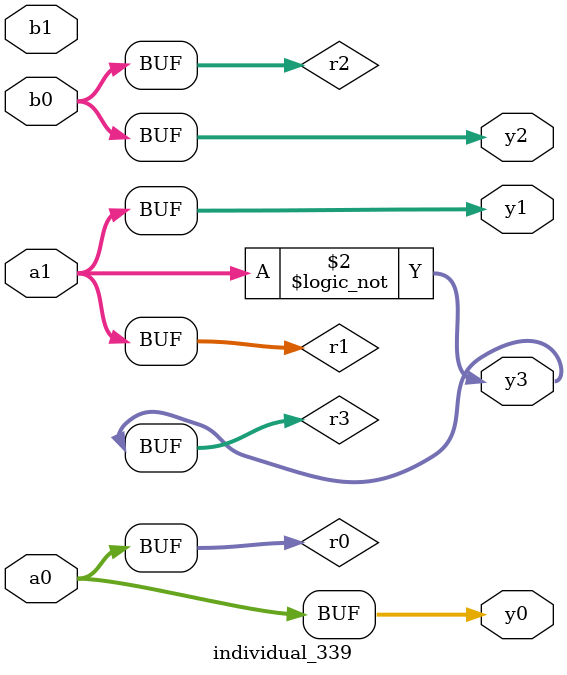
<source format=sv>
module individual_339(input logic [15:0] a1, input logic [15:0] a0, input logic [15:0] b1, input logic [15:0] b0, output logic [15:0] y3, output logic [15:0] y2, output logic [15:0] y1, output logic [15:0] y0);
logic [15:0] r0, r1, r2, r3; 
 always@(*) begin 
	 r0 = a0; r1 = a1; r2 = b0; r3 = b1; 
 	 r3 = ! a1 ;
 	 y3 = r3; y2 = r2; y1 = r1; y0 = r0; 
end
endmodule
</source>
